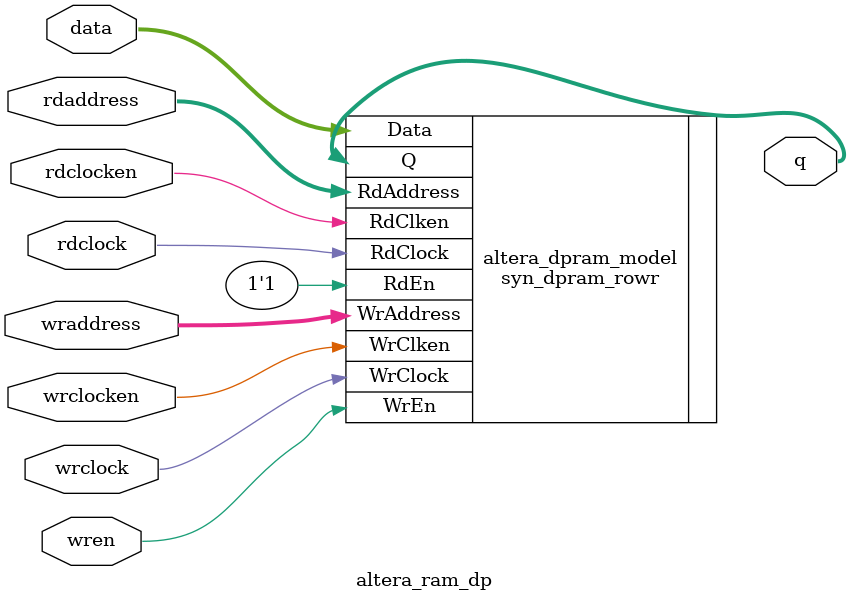
<source format=v>


//`define VENDOR_FPGA
//`define VENDOR_XILINX
`define VENDOR_ALTERA

module generic_dpram(
	// Generic synchronous dual-port RAM interface
	rclk, rrst, rce, oe, raddr, dout,
	wclk, wrst, wce, we, waddr, di
);

	//
	// Default address and data buses width
	//
	parameter aw = 5;  // number of bits in address-bus
	parameter dw = 16; // number of bits in data-bus

	//
	// Generic synchronous double-port RAM interface
	//
	// read port
	input           rclk;  // read clock, rising edge trigger
	input           rrst;  // read port reset, active high
	input           rce;   // read port chip enable, active high
	input           oe;	   // output enable, active high
	input  [aw-1:0] raddr; // read address
	output [dw-1:0] dout;  // data output

	// write port
	input          wclk;  // write clock, rising edge trigger
	input          wrst;  // write port reset, active high
	input          wce;   // write port chip enable, active high
	input          we;    // write enable, active high
	input [aw-1:0] waddr; // write address
	input [dw-1:0] di;    // data input

	//
	// Module body
	//

`ifdef VENDOR_FPGA
	//
	// Instantiation synthesizeable FPGA memory
	//
	// This code has been tested using LeonardoSpectrum and Synplicity.
	// The code correctly instantiates Altera EABs and Xilinx BlockRAMs.
	//
	reg [dw-1:0] mem [(1<<aw) -1:0]; // instantiate memory
	reg [aw-1:0] ra;                 // register read address

	// read operation
	always @(posedge rclk)
	  if (rce)
	    ra <= raddr;

	assign dout = mem[ra];

	// write operation
	always@(posedge wclk)
		if (we && wce)
			mem[waddr] <= di;

`else

`ifdef VENDOR_XILINX
	//
	// Instantiation of FPGA memory:
	//
	// Virtex/Spartan2 BlockRAMs
	//
	xilinx_ram_dp xilinx_ram(
		// read port
		.CLKA(rclk),
		.RSTA(rrst),
		.ENA(rce),
		.ADDRA(raddr),
		.DIA( {dw{1'b0}} ),
		.WEA(1'b0),
		.DOA(dout),

		// write port
		.CLKB(wclk),
		.RSTB(wrst),
		.ENB(wce),
		.ADDRB(waddr),
		.DIB(di),
		.WEB(we),
		.DOB()
	);

	defparam
		xilinx_ram.dwidth = dw,
		xilinx_ram.awidth = aw;

`else

`ifdef VENDOR_ALTERA
	//
	// Instantiation of FPGA memory:
	//
	// Altera Cyclone
	//
	altsyncram altsyncram_component (
				.address_a (waddr),
				.address_b (raddr),
				.clock0 (wclk),
				.clock1 (rclk),
				.clocken0 (wce),
				.clocken1 (rce),
				.data_a (di),
				.wren_a (we),
				.q_b (dout),
				.aclr0 (1'b0),
				.aclr1 (1'b0),
				.addressstall_a (1'b0),
				.addressstall_b (1'b0),
				.byteena_a (1'b1),
				.byteena_b (1'b1),
				.clocken2 (1'b1),
				.clocken3 (1'b1),
				.data_b ({dw{1'b0}}),
				.eccstatus (),
				.q_a (),
				.rden_a (1'b1),
				.rden_b (1'b1),
				.wren_b (1'b0));
	defparam
		altsyncram_component.address_aclr_b = "NONE",
		altsyncram_component.address_reg_b = "CLOCK1",
		altsyncram_component.clock_enable_input_a = "NORMAL",
		altsyncram_component.clock_enable_input_b = "NORMAL",
		altsyncram_component.clock_enable_output_b = "NORMAL",
		altsyncram_component.intended_device_family = "Cyclone V",
		altsyncram_component.lpm_type = "altsyncram",
		altsyncram_component.numwords_a = (8192/dw),
		altsyncram_component.numwords_b = (8192/dw),
		altsyncram_component.operation_mode = "DUAL_PORT",
		altsyncram_component.outdata_aclr_b = "NONE",
		altsyncram_component.outdata_reg_b = "UNREGISTERED",
		altsyncram_component.power_up_uninitialized = "FALSE",
        altsyncram_component.rdcontrol_reg_b = "CLOCK1",
		altsyncram_component.widthad_a = aw,
		altsyncram_component.widthad_b = aw,
		altsyncram_component.width_a = dw,
		altsyncram_component.width_b = dw,
		altsyncram_component.width_byteena_a = 1;

`else

`ifdef VENDOR_ARTISAN

	//
	// Instantiation of ASIC memory:
	//
	// Artisan Synchronous Double-Port RAM (ra2sh)
	//
	art_hsdp #(dw, 1<<aw, aw) artisan_sdp(
		// read port
		.qa(dout),
		.clka(rclk),
		.cena(~rce),
		.wena(1'b1),
		.aa(raddr),
		.da( {dw{1'b0}} ),
		.oena(~oe),

		// write port
		.qb(),
		.clkb(wclk),
		.cenb(~wce),
		.wenb(~we),
		.ab(waddr),
		.db(di),
		.oenb(1'b1)
	);

`else

`ifdef VENDOR_AVANT

	//
	// Instantiation of ASIC memory:
	//
	// Avant! Asynchronous Two-Port RAM
	//
	avant_atp avant_atp(
		.web(~we),
		.reb(),
		.oeb(~oe),
		.rcsb(),
		.wcsb(),
		.ra(raddr),
		.wa(waddr),
		.di(di),
		.do(dout)
	);

`else

`ifdef VENDOR_VIRAGE

	//
	// Instantiation of ASIC memory:
	//
	// Virage Synchronous 2-port R/W RAM
	//
	virage_stp virage_stp(
		// read port
		.CLKA(rclk),
		.MEA(rce_a),
		.ADRA(raddr),
		.DA( {dw{1'b0}} ),
		.WEA(1'b0),
		.OEA(oe),
		.QA(dout),

		// write port
		.CLKB(wclk),
		.MEB(wce),
		.ADRB(waddr),
		.DB(di),
		.WEB(we),
		.OEB(1'b1),
		.QB()
	);

`else

	//
	// Generic dual-port synchronous RAM model
	//

	//
	// Generic RAM's registers and wires
	//
	reg	[dw-1:0]	mem [(1<<aw)-1:0]; // RAM content
	reg	[dw-1:0]	do_reg;            // RAM data output register

	//
	// Data output drivers
	//
	assign dout = (oe & rce) ? do_reg : {dw{1'bz}};

	// read operation
	always @(posedge rclk)
		if (rce)
          		do_reg <= (we && (waddr==raddr)) ? {dw{1'b x}} : mem[raddr];

	// write operation
	always @(posedge wclk)
		if (wce && we)
			mem[waddr] <= di;


	// Task prints range of memory
	// *** Remember that tasks are non reentrant, don't call this task in parallel for multiple instantiations.
	task print_ram;
	input [aw-1:0] start;
	input [aw-1:0] finish;
	integer rnum;
  	begin
    		for (rnum=start;rnum<=finish;rnum=rnum+1)
      			$display("Addr %h = %h",rnum,mem[rnum]);
  	end
	endtask

`endif // !VENDOR_VIRAGE
`endif // !VENDOR_AVANT
`endif // !VENDOR_ARTISAN
`endif // !VENDOR_ALTERA
`endif // !VENDOR_XILINX
`endif // !VENDOR_FPGA

endmodule

//
// Black-box modules
//

`ifdef VENDOR_ALTERA
	module altera_ram_dp(
		data,
		wraddress,
		rdaddress,
		wren,
		wrclock,
		wrclocken,
		rdclock,
		rdclocken,
		q) /* synthesis black_box */;

		parameter awidth = 7;
		parameter dwidth = 8;

		input [dwidth -1:0] data;
		input [awidth -1:0] wraddress;
		input [awidth -1:0] rdaddress;
		input               wren;
		input               wrclock;
		input               wrclocken;
		input               rdclock;
		input               rdclocken;
		output [dwidth -1:0] q;

		// synopsis translate_off
		// exemplar translate_off

		syn_dpram_rowr #(
			"UNUSED",
			dwidth,
			awidth,
			1 << awidth
		)
		altera_dpram_model (
			// read port
			.RdClock(rdclock),
			.RdClken(rdclocken),
			.RdAddress(rdaddress),
			.RdEn(1'b1),
			.Q(q),

			// write port
			.WrClock(wrclock),
			.WrClken(wrclocken),
			.WrAddress(wraddress),
			.WrEn(wren),
			.Data(data)
		);

		// exemplar translate_on
		// synopsis translate_on

	endmodule
`endif // VENDOR_ALTERA

`ifdef VENDOR_XILINX
	module xilinx_ram_dp (
		ADDRA,
		CLKA,
		ADDRB,
		CLKB,
		DIA,
		WEA,
		DIB,
		WEB,
		ENA,
		ENB,
		RSTA,
		RSTB,
		DOA,
		DOB) /* synthesis black_box */ ;

	parameter awidth = 7;
	parameter dwidth = 8;

	// port_a
	input               CLKA;
	input               RSTA;
	input               ENA;
	input [awidth-1:0]  ADDRA;
	input [dwidth-1:0]  DIA;
	input               WEA;
	output [dwidth-1:0] DOA;

	// port_b
	input               CLKB;
	input               RSTB;
	input               ENB;
	input [awidth-1:0]  ADDRB;
	input [dwidth-1:0]  DIB;
	input               WEB;
	output [dwidth-1:0] DOB;

	// insert simulation model


	// synopsys translate_off
	// exemplar translate_off

	C_MEM_DP_BLOCK_V1_0 #(
		awidth,
		awidth,
		1,
		1,
		"0",
		1 << awidth,
		1 << awidth,
		1,
		1,
		1,
		1,
		1,
		1,
		1,
		1,
		1,
		1,
		1,
		1,
		1,
		"",
		16,
		0,
		0,
		1,
		1,
		1,
		1,
		dwidth,
		dwidth)
	xilinx_dpram_model (
		.ADDRA(ADDRA),
		.CLKA(CLKA),
		.ADDRB(ADDRB),
		.CLKB(CLKB),
		.DIA(DIA),
		.WEA(WEA),
		.DIB(DIB),
		.WEB(WEB),
		.ENA(ENA),
		.ENB(ENB),
		.RSTA(RSTA),
		.RSTB(RSTB),
		.DOA(DOA),
		.DOB(DOB));

		// exemplar translate_on
		// synopsys translate_on

	endmodule
`endif // VENDOR_XILINX

</source>
